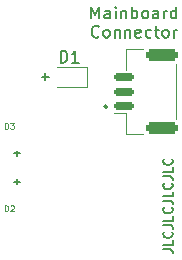
<source format=gbr>
%TF.GenerationSoftware,KiCad,Pcbnew,6.0.10-86aedd382b~118~ubuntu22.04.1*%
%TF.CreationDate,2023-02-07T19:31:44+01:00*%
%TF.ProjectId,connectorBoard,636f6e6e-6563-4746-9f72-426f6172642e,rev?*%
%TF.SameCoordinates,Original*%
%TF.FileFunction,Legend,Top*%
%TF.FilePolarity,Positive*%
%FSLAX46Y46*%
G04 Gerber Fmt 4.6, Leading zero omitted, Abs format (unit mm)*
G04 Created by KiCad (PCBNEW 6.0.10-86aedd382b~118~ubuntu22.04.1) date 2023-02-07 19:31:44*
%MOMM*%
%LPD*%
G01*
G04 APERTURE LIST*
G04 Aperture macros list*
%AMRoundRect*
0 Rectangle with rounded corners*
0 $1 Rounding radius*
0 $2 $3 $4 $5 $6 $7 $8 $9 X,Y pos of 4 corners*
0 Add a 4 corners polygon primitive as box body*
4,1,4,$2,$3,$4,$5,$6,$7,$8,$9,$2,$3,0*
0 Add four circle primitives for the rounded corners*
1,1,$1+$1,$2,$3*
1,1,$1+$1,$4,$5*
1,1,$1+$1,$6,$7*
1,1,$1+$1,$8,$9*
0 Add four rect primitives between the rounded corners*
20,1,$1+$1,$2,$3,$4,$5,0*
20,1,$1+$1,$4,$5,$6,$7,0*
20,1,$1+$1,$6,$7,$8,$9,0*
20,1,$1+$1,$8,$9,$2,$3,0*%
G04 Aperture macros list end*
%ADD10C,0.150000*%
%ADD11C,0.100000*%
%ADD12C,0.120000*%
%ADD13RoundRect,0.150000X0.700000X-0.150000X0.700000X0.150000X-0.700000X0.150000X-0.700000X-0.150000X0*%
%ADD14RoundRect,0.250000X1.100000X-0.250000X1.100000X0.250000X-1.100000X0.250000X-1.100000X-0.250000X0*%
%ADD15R,0.500000X0.500000*%
%ADD16C,2.200000*%
%ADD17R,0.700000X0.500000*%
%ADD18R,1.700000X1.700000*%
%ADD19O,1.700000X1.700000*%
G04 APERTURE END LIST*
D10*
X194736297Y-96275000D02*
G75*
G03*
X194736297Y-96275000I-136297J0D01*
G01*
X186846428Y-100217857D02*
X187303571Y-100217857D01*
X187075000Y-100446428D02*
X187075000Y-99989285D01*
X199459904Y-108343238D02*
X200031333Y-108343238D01*
X200145619Y-108381333D01*
X200221809Y-108457523D01*
X200259904Y-108571809D01*
X200259904Y-108648000D01*
X200259904Y-107581333D02*
X200259904Y-107962285D01*
X199459904Y-107962285D01*
X200183714Y-106857523D02*
X200221809Y-106895619D01*
X200259904Y-107009904D01*
X200259904Y-107086095D01*
X200221809Y-107200380D01*
X200145619Y-107276571D01*
X200069428Y-107314666D01*
X199917047Y-107352761D01*
X199802761Y-107352761D01*
X199650380Y-107314666D01*
X199574190Y-107276571D01*
X199498000Y-107200380D01*
X199459904Y-107086095D01*
X199459904Y-107009904D01*
X199498000Y-106895619D01*
X199536095Y-106857523D01*
X199459904Y-106286095D02*
X200031333Y-106286095D01*
X200145619Y-106324190D01*
X200221809Y-106400380D01*
X200259904Y-106514666D01*
X200259904Y-106590857D01*
X200259904Y-105524190D02*
X200259904Y-105905142D01*
X199459904Y-105905142D01*
X200183714Y-104800380D02*
X200221809Y-104838476D01*
X200259904Y-104952761D01*
X200259904Y-105028952D01*
X200221809Y-105143238D01*
X200145619Y-105219428D01*
X200069428Y-105257523D01*
X199917047Y-105295619D01*
X199802761Y-105295619D01*
X199650380Y-105257523D01*
X199574190Y-105219428D01*
X199498000Y-105143238D01*
X199459904Y-105028952D01*
X199459904Y-104952761D01*
X199498000Y-104838476D01*
X199536095Y-104800380D01*
X199459904Y-104228952D02*
X200031333Y-104228952D01*
X200145619Y-104267047D01*
X200221809Y-104343238D01*
X200259904Y-104457523D01*
X200259904Y-104533714D01*
X200259904Y-103467047D02*
X200259904Y-103848000D01*
X199459904Y-103848000D01*
X200183714Y-102743238D02*
X200221809Y-102781333D01*
X200259904Y-102895619D01*
X200259904Y-102971809D01*
X200221809Y-103086095D01*
X200145619Y-103162285D01*
X200069428Y-103200380D01*
X199917047Y-103238476D01*
X199802761Y-103238476D01*
X199650380Y-103200380D01*
X199574190Y-103162285D01*
X199498000Y-103086095D01*
X199459904Y-102971809D01*
X199459904Y-102895619D01*
X199498000Y-102781333D01*
X199536095Y-102743238D01*
X199459904Y-102171809D02*
X200031333Y-102171809D01*
X200145619Y-102209904D01*
X200221809Y-102286095D01*
X200259904Y-102400380D01*
X200259904Y-102476571D01*
X200259904Y-101409904D02*
X200259904Y-101790857D01*
X199459904Y-101790857D01*
X200183714Y-100686095D02*
X200221809Y-100724190D01*
X200259904Y-100838476D01*
X200259904Y-100914666D01*
X200221809Y-101028952D01*
X200145619Y-101105142D01*
X200069428Y-101143238D01*
X199917047Y-101181333D01*
X199802761Y-101181333D01*
X199650380Y-101143238D01*
X199574190Y-101105142D01*
X199498000Y-101028952D01*
X199459904Y-100914666D01*
X199459904Y-100838476D01*
X199498000Y-100724190D01*
X199536095Y-100686095D01*
X189170238Y-93732142D02*
X189779761Y-93732142D01*
X189475000Y-94036904D02*
X189475000Y-93427380D01*
X186846428Y-102617857D02*
X187303571Y-102617857D01*
X187075000Y-102846428D02*
X187075000Y-102389285D01*
X193381761Y-88801380D02*
X193381761Y-87801380D01*
X193715095Y-88515666D01*
X194048428Y-87801380D01*
X194048428Y-88801380D01*
X194953190Y-88801380D02*
X194953190Y-88277571D01*
X194905571Y-88182333D01*
X194810333Y-88134714D01*
X194619857Y-88134714D01*
X194524619Y-88182333D01*
X194953190Y-88753761D02*
X194857952Y-88801380D01*
X194619857Y-88801380D01*
X194524619Y-88753761D01*
X194477000Y-88658523D01*
X194477000Y-88563285D01*
X194524619Y-88468047D01*
X194619857Y-88420428D01*
X194857952Y-88420428D01*
X194953190Y-88372809D01*
X195429380Y-88801380D02*
X195429380Y-88134714D01*
X195429380Y-87801380D02*
X195381761Y-87849000D01*
X195429380Y-87896619D01*
X195477000Y-87849000D01*
X195429380Y-87801380D01*
X195429380Y-87896619D01*
X195905571Y-88134714D02*
X195905571Y-88801380D01*
X195905571Y-88229952D02*
X195953190Y-88182333D01*
X196048428Y-88134714D01*
X196191285Y-88134714D01*
X196286523Y-88182333D01*
X196334142Y-88277571D01*
X196334142Y-88801380D01*
X196810333Y-88801380D02*
X196810333Y-87801380D01*
X196810333Y-88182333D02*
X196905571Y-88134714D01*
X197096047Y-88134714D01*
X197191285Y-88182333D01*
X197238904Y-88229952D01*
X197286523Y-88325190D01*
X197286523Y-88610904D01*
X197238904Y-88706142D01*
X197191285Y-88753761D01*
X197096047Y-88801380D01*
X196905571Y-88801380D01*
X196810333Y-88753761D01*
X197857952Y-88801380D02*
X197762714Y-88753761D01*
X197715095Y-88706142D01*
X197667476Y-88610904D01*
X197667476Y-88325190D01*
X197715095Y-88229952D01*
X197762714Y-88182333D01*
X197857952Y-88134714D01*
X198000809Y-88134714D01*
X198096047Y-88182333D01*
X198143666Y-88229952D01*
X198191285Y-88325190D01*
X198191285Y-88610904D01*
X198143666Y-88706142D01*
X198096047Y-88753761D01*
X198000809Y-88801380D01*
X197857952Y-88801380D01*
X199048428Y-88801380D02*
X199048428Y-88277571D01*
X199000809Y-88182333D01*
X198905571Y-88134714D01*
X198715095Y-88134714D01*
X198619857Y-88182333D01*
X199048428Y-88753761D02*
X198953190Y-88801380D01*
X198715095Y-88801380D01*
X198619857Y-88753761D01*
X198572238Y-88658523D01*
X198572238Y-88563285D01*
X198619857Y-88468047D01*
X198715095Y-88420428D01*
X198953190Y-88420428D01*
X199048428Y-88372809D01*
X199524619Y-88801380D02*
X199524619Y-88134714D01*
X199524619Y-88325190D02*
X199572238Y-88229952D01*
X199619857Y-88182333D01*
X199715095Y-88134714D01*
X199810333Y-88134714D01*
X200572238Y-88801380D02*
X200572238Y-87801380D01*
X200572238Y-88753761D02*
X200477000Y-88801380D01*
X200286523Y-88801380D01*
X200191285Y-88753761D01*
X200143666Y-88706142D01*
X200096047Y-88610904D01*
X200096047Y-88325190D01*
X200143666Y-88229952D01*
X200191285Y-88182333D01*
X200286523Y-88134714D01*
X200477000Y-88134714D01*
X200572238Y-88182333D01*
X194024619Y-90316142D02*
X193977000Y-90363761D01*
X193834142Y-90411380D01*
X193738904Y-90411380D01*
X193596047Y-90363761D01*
X193500809Y-90268523D01*
X193453190Y-90173285D01*
X193405571Y-89982809D01*
X193405571Y-89839952D01*
X193453190Y-89649476D01*
X193500809Y-89554238D01*
X193596047Y-89459000D01*
X193738904Y-89411380D01*
X193834142Y-89411380D01*
X193977000Y-89459000D01*
X194024619Y-89506619D01*
X194596047Y-90411380D02*
X194500809Y-90363761D01*
X194453190Y-90316142D01*
X194405571Y-90220904D01*
X194405571Y-89935190D01*
X194453190Y-89839952D01*
X194500809Y-89792333D01*
X194596047Y-89744714D01*
X194738904Y-89744714D01*
X194834142Y-89792333D01*
X194881761Y-89839952D01*
X194929380Y-89935190D01*
X194929380Y-90220904D01*
X194881761Y-90316142D01*
X194834142Y-90363761D01*
X194738904Y-90411380D01*
X194596047Y-90411380D01*
X195357952Y-89744714D02*
X195357952Y-90411380D01*
X195357952Y-89839952D02*
X195405571Y-89792333D01*
X195500809Y-89744714D01*
X195643666Y-89744714D01*
X195738904Y-89792333D01*
X195786523Y-89887571D01*
X195786523Y-90411380D01*
X196262714Y-89744714D02*
X196262714Y-90411380D01*
X196262714Y-89839952D02*
X196310333Y-89792333D01*
X196405571Y-89744714D01*
X196548428Y-89744714D01*
X196643666Y-89792333D01*
X196691285Y-89887571D01*
X196691285Y-90411380D01*
X197548428Y-90363761D02*
X197453190Y-90411380D01*
X197262714Y-90411380D01*
X197167476Y-90363761D01*
X197119857Y-90268523D01*
X197119857Y-89887571D01*
X197167476Y-89792333D01*
X197262714Y-89744714D01*
X197453190Y-89744714D01*
X197548428Y-89792333D01*
X197596047Y-89887571D01*
X197596047Y-89982809D01*
X197119857Y-90078047D01*
X198453190Y-90363761D02*
X198357952Y-90411380D01*
X198167476Y-90411380D01*
X198072238Y-90363761D01*
X198024619Y-90316142D01*
X197977000Y-90220904D01*
X197977000Y-89935190D01*
X198024619Y-89839952D01*
X198072238Y-89792333D01*
X198167476Y-89744714D01*
X198357952Y-89744714D01*
X198453190Y-89792333D01*
X198738904Y-89744714D02*
X199119857Y-89744714D01*
X198881761Y-89411380D02*
X198881761Y-90268523D01*
X198929380Y-90363761D01*
X199024619Y-90411380D01*
X199119857Y-90411380D01*
X199596047Y-90411380D02*
X199500809Y-90363761D01*
X199453190Y-90316142D01*
X199405571Y-90220904D01*
X199405571Y-89935190D01*
X199453190Y-89839952D01*
X199500809Y-89792333D01*
X199596047Y-89744714D01*
X199738904Y-89744714D01*
X199834142Y-89792333D01*
X199881761Y-89839952D01*
X199929380Y-89935190D01*
X199929380Y-90220904D01*
X199881761Y-90316142D01*
X199834142Y-90363761D01*
X199738904Y-90411380D01*
X199596047Y-90411380D01*
X200357952Y-90411380D02*
X200357952Y-89744714D01*
X200357952Y-89935190D02*
X200405571Y-89839952D01*
X200453190Y-89792333D01*
X200548428Y-89744714D01*
X200643666Y-89744714D01*
%TO.C,D1*%
X190777904Y-92527380D02*
X190777904Y-91527380D01*
X191016000Y-91527380D01*
X191158857Y-91575000D01*
X191254095Y-91670238D01*
X191301714Y-91765476D01*
X191349333Y-91955952D01*
X191349333Y-92098809D01*
X191301714Y-92289285D01*
X191254095Y-92384523D01*
X191158857Y-92479761D01*
X191016000Y-92527380D01*
X190777904Y-92527380D01*
X192301714Y-92527380D02*
X191730285Y-92527380D01*
X192016000Y-92527380D02*
X192016000Y-91527380D01*
X191920761Y-91670238D01*
X191825523Y-91765476D01*
X191730285Y-91813095D01*
D11*
%TO.C,D3*%
X186066952Y-98143190D02*
X186066952Y-97643190D01*
X186186000Y-97643190D01*
X186257428Y-97667000D01*
X186305047Y-97714619D01*
X186328857Y-97762238D01*
X186352666Y-97857476D01*
X186352666Y-97928904D01*
X186328857Y-98024142D01*
X186305047Y-98071761D01*
X186257428Y-98119380D01*
X186186000Y-98143190D01*
X186066952Y-98143190D01*
X186519333Y-97643190D02*
X186828857Y-97643190D01*
X186662190Y-97833666D01*
X186733619Y-97833666D01*
X186781238Y-97857476D01*
X186805047Y-97881285D01*
X186828857Y-97928904D01*
X186828857Y-98047952D01*
X186805047Y-98095571D01*
X186781238Y-98119380D01*
X186733619Y-98143190D01*
X186590761Y-98143190D01*
X186543142Y-98119380D01*
X186519333Y-98095571D01*
%TO.C,D2*%
X186066952Y-105128190D02*
X186066952Y-104628190D01*
X186186000Y-104628190D01*
X186257428Y-104652000D01*
X186305047Y-104699619D01*
X186328857Y-104747238D01*
X186352666Y-104842476D01*
X186352666Y-104913904D01*
X186328857Y-105009142D01*
X186305047Y-105056761D01*
X186257428Y-105104380D01*
X186186000Y-105128190D01*
X186066952Y-105128190D01*
X186543142Y-104675809D02*
X186566952Y-104652000D01*
X186614571Y-104628190D01*
X186733619Y-104628190D01*
X186781238Y-104652000D01*
X186805047Y-104675809D01*
X186828857Y-104723428D01*
X186828857Y-104771047D01*
X186805047Y-104842476D01*
X186519333Y-105128190D01*
X186828857Y-105128190D01*
D12*
%TO.C,J2*%
X196283000Y-98606000D02*
X196283000Y-96806000D01*
X196283000Y-91386000D02*
X196283000Y-93186000D01*
X196283000Y-96806000D02*
X195293000Y-96806000D01*
X200553000Y-97336000D02*
X200553000Y-92656000D01*
X197733000Y-91386000D02*
X196283000Y-91386000D01*
X197733000Y-98606000D02*
X196283000Y-98606000D01*
%TO.C,D1*%
X193016000Y-94576000D02*
X190466000Y-94576000D01*
X193016000Y-92876000D02*
X190466000Y-92876000D01*
X193016000Y-94576000D02*
X193016000Y-92876000D01*
%TD*%
%LPC*%
D13*
%TO.C,J2*%
X196143000Y-96246000D03*
X196143000Y-94996000D03*
X196143000Y-93746000D03*
D14*
X199343000Y-98096000D03*
X199343000Y-91896000D03*
%TD*%
D15*
%TO.C,D1*%
X192616000Y-93726000D03*
X190416000Y-93726000D03*
%TD*%
D16*
%TO.C,H2*%
X191389000Y-83312000D03*
%TD*%
D17*
%TO.C,D3*%
X186436000Y-98895000D03*
X186436000Y-99695000D03*
%TD*%
%TO.C,D2*%
X186436000Y-103105000D03*
X186436000Y-103905000D03*
%TD*%
D16*
%TO.C,H1*%
X191389000Y-106680000D03*
%TD*%
D18*
%TO.C,J1*%
X183490000Y-86121000D03*
D19*
X183490000Y-88661000D03*
X183490000Y-91201000D03*
X183490000Y-93741000D03*
X183490000Y-96281000D03*
X183490000Y-98821000D03*
X183490000Y-101361000D03*
X183490000Y-103901000D03*
%TD*%
M02*

</source>
